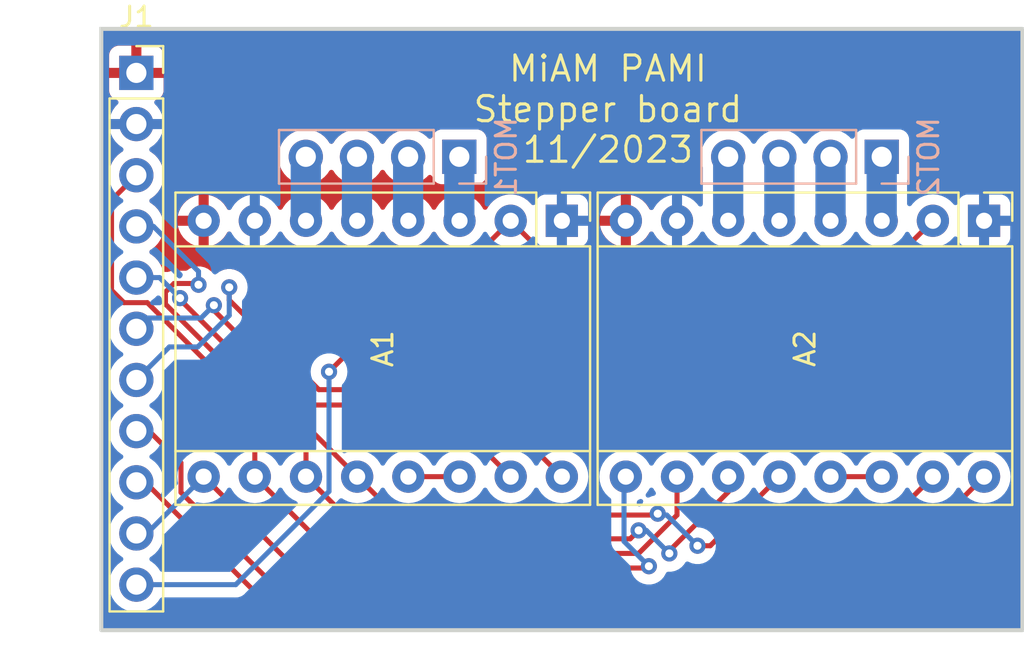
<source format=kicad_pcb>
(kicad_pcb (version 20221018) (generator pcbnew)
  (layers (0 "F.Cu" signal) (31 "B.Cu" signal) (34 "B.Paste" user) (35 "F.Paste" user) (36 "B.SilkS" user "B.Silkscreen") (37 "F.SilkS" user "F.Silkscreen") (38 "B.Mask" user) (39 "F.Mask" user) (44 "Edge.Cuts" user))
  (net 0 "")
  (net 1 "GND")
  (net 2 "/EMERGENCY_BUTTON")
  (net 3 "+3V3")
  (net 4 "/MS1")
  (net 5 "/MS2")
  (net 6 "/MS3")
  (net 7 "/DIR_2")
  (net 8 "/NOT_MOT_EN")
  (net 9 "/STEP_2")
  (net 10 "/DIR_1")
  (net 11 "/STEP_1")
  (net 12 "Net-(A1-1B)")
  (net 13 "Net-(A1-1A)")
  (net 14 "Net-(A1-2A)")
  (net 15 "Net-(A1-2B)")
  (net 16 "Net-(A1-~{RESET})")
  (net 17 "Net-(A2-1B)")
  (net 18 "Net-(A2-1A)")
  (net 19 "Net-(A2-2A)")
  (net 20 "Net-(A2-2B)")
  (net 21 "Net-(A2-~{RESET})")
  (footprint "Module:Pololu_Breakout-16_15.2x20.3mm" (layer "F.Cu") (at 176.53 85.725 -90)
    (fp_text reference "A2" (at 6.34 8.89 90) (layer "F.SilkS"))
    (fp_text value "Pololu_Breakout_A4988")
    (fp_line (start -1.4 -1.4) (end -1.4 0) (stroke (width 0.12)) (layer "F.SilkS"))
    (fp_line (start -1.4 1.27) (end -1.4 19.18) (stroke (width 0.12)) (layer "F.SilkS"))
    (fp_line (start -1.4 19.18) (end 14.1 19.18) (stroke (width 0.12)) (layer "F.SilkS"))
    (fp_line (start 0 -1.4) (end -1.4 -1.4) (stroke (width 0.12)) (layer "F.SilkS"))
    (fp_line (start 1.27 -1.4) (end 1.27 1.27) (stroke (width 0.12)) (layer "F.SilkS"))
    (fp_line (start 1.27 1.27) (end -1.4 1.27) (stroke (width 0.12)) (layer "F.SilkS"))
    (fp_line (start 1.27 1.27) (end 1.27 19.18) (stroke (width 0.12)) (layer "F.SilkS"))
    (fp_line (start 11.43 -1.4) (end 11.43 19.18) (stroke (width 0.12)) (layer "F.SilkS"))
    (fp_line (start 14.1 -1.4) (end 1.27 -1.4) (stroke (width 0.12)) (layer "F.SilkS"))
    (fp_line (start 14.1 19.18) (end 14.1 -1.4) (stroke (width 0.12)) (layer "F.SilkS"))
    (pad "1" thru_hole rect (at 0 0 270) (size 1.6 1.6) (drill 0.8) (layers "*.Cu" "*.Mask") (net 1 "GND"))
    (pad "2" thru_hole oval (at 0 2.54 270) (size 1.6 1.6) (drill 0.8) (layers "*.Cu" "*.Mask") (net 3 "+3V3"))
    (pad "3" thru_hole oval (at 0 5.08 270) (size 1.6 1.6) (drill 0.8) (layers "*.Cu" "*.Mask") (net 17 "Net-(A2-1B)"))
    (pad "4" thru_hole oval (at 0 7.62 270) (size 1.6 1.6) (drill 0.8) (layers "*.Cu" "*.Mask") (net 18 "Net-(A2-1A)"))
    (pad "5" thru_hole oval (at 0 10.16 270) (size 1.6 1.6) (drill 0.8) (layers "*.Cu" "*.Mask") (net 19 "Net-(A2-2A)"))
    (pad "6" thru_hole oval (at 0 12.7 270) (size 1.6 1.6) (drill 0.8) (layers "*.Cu" "*.Mask") (net 20 "Net-(A2-2B)"))
    (pad "7" thru_hole oval (at 0 15.24 270) (size 1.6 1.6) (drill 0.8) (layers "*.Cu" "*.Mask") (net 1 "GND"))
    (pad "8" thru_hole oval (at 0 17.78 270) (size 1.6 1.6) (drill 0.8) (layers "*.Cu" "*.Mask") (net 2 "/EMERGENCY_BUTTON"))
    (pad "9" thru_hole oval (at 12.7 17.78 270) (size 1.6 1.6) (drill 0.8) (layers "*.Cu" "*.Mask") (net 8 "/NOT_MOT_EN"))
    (pad "10" thru_hole oval (at 12.7 15.24 270) (size 1.6 1.6) (drill 0.8) (layers "*.Cu" "*.Mask") (net 4 "/MS1"))
    (pad "11" thru_hole oval (at 12.7 12.7 270) (size 1.6 1.6) (drill 0.8) (layers "*.Cu" "*.Mask") (net 5 "/MS2"))
    (pad "12" thru_hole oval (at 12.7 10.16 270) (size 1.6 1.6) (drill 0.8) (layers "*.Cu" "*.Mask") (net 6 "/MS3"))
    (pad "13" thru_hole oval (at 12.7 7.62 270) (size 1.6 1.6) (drill 0.8) (layers "*.Cu" "*.Mask") (net 21 "Net-(A2-~{RESET})"))
    (pad "14" thru_hole oval (at 12.7 5.08 270) (size 1.6 1.6) (drill 0.8) (layers "*.Cu" "*.Mask") (net 21 "Net-(A2-~{RESET})"))
    (pad "15" thru_hole oval (at 12.7 2.54 270) (size 1.6 1.6) (drill 0.8) (layers "*.Cu" "*.Mask") (net 9 "/STEP_2"))
    (pad "16" thru_hole oval (at 12.7 0 270) (size 1.6 1.6) (drill 0.8) (layers "*.Cu" "*.Mask") (net 7 "/DIR_2"))
  )
  (footprint "Connector_PinSocket_2.54mm:PinSocket_1x11_P2.54mm_Vertical" (layer "F.Cu") (at 134.455 78.385)
    (fp_text reference "J1" (at 0 -2.77) (layer "F.SilkS"))
    (fp_text value "Conn_01x11_Male")
    (fp_line (start -1.33 1.27) (end -1.33 26.73) (stroke (width 0.12)) (layer "F.SilkS"))
    (fp_line (start -1.33 1.27) (end 1.33 1.27) (stroke (width 0.12)) (layer "F.SilkS"))
    (fp_line (start -1.33 26.73) (end 1.33 26.73) (stroke (width 0.12)) (layer "F.SilkS"))
    (fp_line (start 0 -1.33) (end 1.33 -1.33) (stroke (width 0.12)) (layer "F.SilkS"))
    (fp_line (start 1.33 -1.33) (end 1.33 0) (stroke (width 0.12)) (layer "F.SilkS"))
    (fp_line (start 1.33 1.27) (end 1.33 26.73) (stroke (width 0.12)) (layer "F.SilkS"))
    (pad "1" thru_hole rect (at 0 0) (size 1.7 1.7) (drill 1) (layers "*.Cu" "*.Mask") (net 2 "/EMERGENCY_BUTTON"))
    (pad "2" thru_hole oval (at 0 2.54) (size 1.7 1.7) (drill 1) (layers "*.Cu" "*.Mask") (net 1 "GND"))
    (pad "3" thru_hole oval (at 0 5.08) (size 1.7 1.7) (drill 1) (layers "*.Cu" "*.Mask") (net 4 "/MS1"))
    (pad "4" thru_hole oval (at 0 7.62) (size 1.7 1.7) (drill 1) (layers "*.Cu" "*.Mask") (net 5 "/MS2"))
    (pad "5" thru_hole oval (at 0 10.16) (size 1.7 1.7) (drill 1) (layers "*.Cu" "*.Mask") (net 6 "/MS3"))
    (pad "6" thru_hole oval (at 0 12.7) (size 1.7 1.7) (drill 1) (layers "*.Cu" "*.Mask") (net 11 "/STEP_1"))
    (pad "7" thru_hole oval (at 0 15.24) (size 1.7 1.7) (drill 1) (layers "*.Cu" "*.Mask") (net 10 "/DIR_1"))
    (pad "8" thru_hole oval (at 0 17.78) (size 1.7 1.7) (drill 1) (layers "*.Cu" "*.Mask") (net 9 "/STEP_2"))
    (pad "9" thru_hole oval (at 0 20.32) (size 1.7 1.7) (drill 1) (layers "*.Cu" "*.Mask") (net 7 "/DIR_2"))
    (pad "10" thru_hole oval (at 0 22.86) (size 1.7 1.7) (drill 1) (layers "*.Cu" "*.Mask") (net 8 "/NOT_MOT_EN"))
    (pad "11" thru_hole oval (at 0 25.4) (size 1.7 1.7) (drill 1) (layers "*.Cu" "*.Mask") (net 3 "+3V3"))
  )
  (footprint "Module:Pololu_Breakout-16_15.2x20.3mm" (layer "F.Cu") (at 155.575 85.725 -90)
    (fp_text reference "A1" (at 6.35 8.89 90) (layer "F.SilkS"))
    (fp_text value "Pololu_Breakout_A4988")
    (fp_line (start -1.4 -1.4) (end -1.4 0) (stroke (width 0.12)) (layer "F.SilkS"))
    (fp_line (start -1.4 1.27) (end -1.4 19.18) (stroke (width 0.12)) (layer "F.SilkS"))
    (fp_line (start -1.4 19.18) (end 14.1 19.18) (stroke (width 0.12)) (layer "F.SilkS"))
    (fp_line (start 0 -1.4) (end -1.4 -1.4) (stroke (width 0.12)) (layer "F.SilkS"))
    (fp_line (start 1.27 -1.4) (end 1.27 1.27) (stroke (width 0.12)) (layer "F.SilkS"))
    (fp_line (start 1.27 1.27) (end -1.4 1.27) (stroke (width 0.12)) (layer "F.SilkS"))
    (fp_line (start 1.27 1.27) (end 1.27 19.18) (stroke (width 0.12)) (layer "F.SilkS"))
    (fp_line (start 11.43 -1.4) (end 11.43 19.18) (stroke (width 0.12)) (layer "F.SilkS"))
    (fp_line (start 14.1 -1.4) (end 1.27 -1.4) (stroke (width 0.12)) (layer "F.SilkS"))
    (fp_line (start 14.1 19.18) (end 14.1 -1.4) (stroke (width 0.12)) (layer "F.SilkS"))
    (pad "1" thru_hole rect (at 0 0 270) (size 1.6 1.6) (drill 0.8) (layers "*.Cu" "*.Mask") (net 1 "GND"))
    (pad "2" thru_hole oval (at 0 2.54 270) (size 1.6 1.6) (drill 0.8) (layers "*.Cu" "*.Mask") (net 3 "+3V3"))
    (pad "3" thru_hole oval (at 0 5.08 270) (size 1.6 1.6) (drill 0.8) (layers "*.Cu" "*.Mask") (net 12 "Net-(A1-1B)"))
    (pad "4" thru_hole oval (at 0 7.62 270) (size 1.6 1.6) (drill 0.8) (layers "*.Cu" "*.Mask") (net 13 "Net-(A1-1A)"))
    (pad "5" thru_hole oval (at 0 10.16 270) (size 1.6 1.6) (drill 0.8) (layers "*.Cu" "*.Mask") (net 14 "Net-(A1-2A)"))
    (pad "6" thru_hole oval (at 0 12.7 270) (size 1.6 1.6) (drill 0.8) (layers "*.Cu" "*.Mask") (net 15 "Net-(A1-2B)"))
    (pad "7" thru_hole oval (at 0 15.24 270) (size 1.6 1.6) (drill 0.8) (layers "*.Cu" "*.Mask") (net 1 "GND"))
    (pad "8" thru_hole oval (at 0 17.78 270) (size 1.6 1.6) (drill 0.8) (layers "*.Cu" "*.Mask") (net 2 "/EMERGENCY_BUTTON"))
    (pad "9" thru_hole oval (at 12.7 17.78 270) (size 1.6 1.6) (drill 0.8) (layers "*.Cu" "*.Mask") (net 8 "/NOT_MOT_EN"))
    (pad "10" thru_hole oval (at 12.7 15.24 270) (size 1.6 1.6) (drill 0.8) (layers "*.Cu" "*.Mask") (net 4 "/MS1"))
    (pad "11" thru_hole oval (at 12.7 12.7 270) (size 1.6 1.6) (drill 0.8) (layers "*.Cu" "*.Mask") (net 5 "/MS2"))
    (pad "12" thru_hole oval (at 12.7 10.16 270) (size 1.6 1.6) (drill 0.8) (layers "*.Cu" "*.Mask") (net 6 "/MS3"))
    (pad "13" thru_hole oval (at 12.7 7.62 270) (size 1.6 1.6) (drill 0.8) (layers "*.Cu" "*.Mask") (net 16 "Net-(A1-~{RESET})"))
    (pad "14" thru_hole oval (at 12.7 5.08 270) (size 1.6 1.6) (drill 0.8) (layers "*.Cu" "*.Mask") (net 16 "Net-(A1-~{RESET})"))
    (pad "15" thru_hole oval (at 12.7 2.54 270) (size 1.6 1.6) (drill 0.8) (layers "*.Cu" "*.Mask") (net 11 "/STEP_1"))
    (pad "16" thru_hole oval (at 12.7 0 270) (size 1.6 1.6) (drill 0.8) (layers "*.Cu" "*.Mask") (net 10 "/DIR_1"))
  )
  (footprint "Connector_PinHeader_2.54mm:PinHeader_1x04_P2.54mm_Vertical" (layer "B.Cu") (at 150.485 82.55 90)
    (fp_text reference "MOT1" (at 0 2.33 90) (layer "B.SilkS") (effects (justify mirror)))
    (fp_text value "Conn_01x04_Male")
    (fp_line (start -1.33 -8.95) (end 1.33 -8.95) (stroke (width 0.12)) (layer "B.SilkS"))
    (fp_line (start -1.33 -1.27) (end -1.33 -8.95) (stroke (width 0.12)) (layer "B.SilkS"))
    (fp_line (start -1.33 -1.27) (end 1.33 -1.27) (stroke (width 0.12)) (layer "B.SilkS"))
    (fp_line (start -1.33 0) (end -1.33 1.33) (stroke (width 0.12)) (layer "B.SilkS"))
    (fp_line (start -1.33 1.33) (end 0 1.33) (stroke (width 0.12)) (layer "B.SilkS"))
    (fp_line (start 1.33 -1.27) (end 1.33 -8.95) (stroke (width 0.12)) (layer "B.SilkS"))
    (pad "1" thru_hole rect (at 0 0 90) (size 1.7 1.7) (drill 1) (layers "*.Cu" "*.Mask") (net 12 "Net-(A1-1B)"))
    (pad "2" thru_hole oval (at 0 -2.54 90) (size 1.7 1.7) (drill 1) (layers "*.Cu" "*.Mask") (net 13 "Net-(A1-1A)"))
    (pad "3" thru_hole oval (at 0 -5.08 90) (size 1.7 1.7) (drill 1) (layers "*.Cu" "*.Mask") (net 14 "Net-(A1-2A)"))
    (pad "4" thru_hole oval (at 0 -7.62 90) (size 1.7 1.7) (drill 1) (layers "*.Cu" "*.Mask") (net 15 "Net-(A1-2B)"))
  )
  (footprint "Connector_PinHeader_2.54mm:PinHeader_1x04_P2.54mm_Vertical" (layer "B.Cu") (at 171.45 82.55 90)
    (fp_text reference "MOT2" (at 0 2.33 90) (layer "B.SilkS") (effects (justify mirror)))
    (fp_text value "Conn_01x04_Male")
    (fp_line (start -1.33 -8.95) (end 1.33 -8.95) (stroke (width 0.12)) (layer "B.SilkS"))
    (fp_line (start -1.33 -1.27) (end -1.33 -8.95) (stroke (width 0.12)) (layer "B.SilkS"))
    (fp_line (start -1.33 -1.27) (end 1.33 -1.27) (stroke (width 0.12)) (layer "B.SilkS"))
    (fp_line (start -1.33 0) (end -1.33 1.33) (stroke (width 0.12)) (layer "B.SilkS"))
    (fp_line (start -1.33 1.33) (end 0 1.33) (stroke (width 0.12)) (layer "B.SilkS"))
    (fp_line (start 1.33 -1.27) (end 1.33 -8.95) (stroke (width 0.12)) (layer "B.SilkS"))
    (pad "1" thru_hole rect (at 0 0 90) (size 1.7 1.7) (drill 1) (layers "*.Cu" "*.Mask") (net 17 "Net-(A2-1B)"))
    (pad "2" thru_hole oval (at 0 -2.54 90) (size 1.7 1.7) (drill 1) (layers "*.Cu" "*.Mask") (net 18 "Net-(A2-1A)"))
    (pad "3" thru_hole oval (at 0 -5.08 90) (size 1.7 1.7) (drill 1) (layers "*.Cu" "*.Mask") (net 19 "Net-(A2-2A)"))
    (pad "4" thru_hole oval (at 0 -7.62 90) (size 1.7 1.7) (drill 1) (layers "*.Cu" "*.Mask") (net 20 "Net-(A2-2B)"))
  )
  (gr_rect (start 132.715 76.2) (end 178.435 106.045) (stroke (width 0.2)) (fill none) (layer "Edge.Cuts"))
  (gr_text "MiAM PAMI\nStepper board\n11/2023" (at 157.861 82.931) (layer "F.SilkS") (effects (font (size 1.25 1.25) (thickness 0.15625)) (justify bottom)))
  (segment (start 153.035 85.725) (end 155.575 88.265) (width 0.25) (layer "F.Cu") (net 3))
  (segment (start 155.575 88.265) (end 171.45 88.265) (width 0.25) (layer "F.Cu") (net 3))
  (segment (start 150.674 88.086) (end 153.035 85.725) (width 0.25) (layer "F.Cu") (net 3))
  (segment (start 144.018 93.218) (end 149.15 88.086) (width 0.25) (layer "F.Cu") (net 3))
  (segment (start 171.45 88.265) (end 173.99 85.725) (width 0.25) (layer "F.Cu") (net 3))
  (segment (start 149.15 88.086) (end 150.674 88.086) (width 0.25) (layer "F.Cu") (net 3))
  (via (at 144.018 93.218) (size 0.8) (drill 0.4) (layers "F.Cu" "B.Cu") (net 3))
  (segment (start 144.018 93.218) (end 144.018 99.155878) (width 0.25) (layer "B.Cu") (net 3))
  (segment (start 139.388878 103.785) (end 134.455 103.785) (width 0.25) (layer "B.Cu") (net 3))
  (segment (start 144.018 99.155878) (end 139.388878 103.785) (width 0.25) (layer "B.Cu") (net 3))
  (segment (start 140.335 98.425) (end 144.145 102.235) (width 0.25) (layer "F.Cu") (net 4))
  (segment (start 144.145 102.235) (end 159.385 102.235) (width 0.25) (layer "F.Cu") (net 4))
  (segment (start 140.335 95.123) (end 135.001 89.789) (width 0.25) (layer "F.Cu") (net 4))
  (segment (start 133.223 89.172366) (end 133.223 84.697) (width 0.25) (layer "F.Cu") (net 4))
  (segment (start 159.385 102.235) (end 161.29 100.33) (width 0.25) (layer "F.Cu") (net 4))
  (segment (start 133.223 84.697) (end 134.455 83.465) (width 0.25) (layer "F.Cu") (net 4))
  (segment (start 135.001 89.789) (end 133.839634 89.789) (width 0.25) (layer "F.Cu") (net 4))
  (segment (start 140.335 98.425) (end 140.335 95.123) (width 0.25) (layer "F.Cu") (net 4))
  (segment (start 161.29 100.33) (end 161.29 98.425) (width 0.25) (layer "F.Cu") (net 4))
  (segment (start 133.839634 89.789) (end 133.223 89.172366) (width 0.25) (layer "F.Cu") (net 4))
  (segment (start 163.83 99.187) (end 163.83 98.425) (width 0.25) (layer "F.Cu") (net 5))
  (segment (start 160.909 102.235) (end 160.909 102.108) (width 0.25) (layer "F.Cu") (net 5))
  (segment (start 137.541 88.9) (end 137.478451 88.837451) (width 0.25) (layer "F.Cu") (net 5))
  (segment (start 135.899549 89.262146) (end 135.899549 89.862049) (width 0.25) (layer "F.Cu") (net 5))
  (segment (start 142.875 96.8375) (end 142.875 98.425) (width 0.25) (layer "F.Cu") (net 5))
  (segment (start 160.909 102.108) (end 163.83 99.187) (width 0.25) (layer "F.Cu") (net 5))
  (segment (start 159.385 101.092) (end 158.9665 101.5105) (width 0.25) (layer "F.Cu") (net 5))
  (segment (start 135.899549 89.862049) (end 142.875 96.8375) (width 0.25) (layer "F.Cu") (net 5))
  (segment (start 137.478451 88.837451) (end 136.324244 88.837451) (width 0.25) (layer "F.Cu") (net 5))
  (segment (start 145.9605 101.5105) (end 142.875 98.425) (width 0.25) (layer "F.Cu") (net 5))
  (segment (start 158.9665 101.5105) (end 145.9605 101.5105) (width 0.25) (layer "F.Cu") (net 5))
  (segment (start 136.324244 88.837451) (end 135.899549 89.262146) (width 0.25) (layer "F.Cu") (net 5))
  (via (at 159.385 101.092) (size 0.8) (drill 0.4) (layers "F.Cu" "B.Cu") (net 5))
  (via (at 137.541 88.9) (size 0.8) (drill 0.4) (layers "F.Cu" "B.Cu") (net 5))
  (via (at 160.909 102.235) (size 0.8) (drill 0.4) (layers "F.Cu" "B.Cu") (net 5))
  (segment (start 135.305 86.005) (end 137.541 88.241) (width 0.25) (layer "B.Cu") (net 5))
  (segment (start 160.909 102.235) (end 159.766 101.092) (width 0.25) (layer "B.Cu") (net 5))
  (segment (start 137.541 88.241) (end 137.541 88.9) (width 0.25) (layer "B.Cu") (net 5))
  (segment (start 159.766 101.092) (end 159.385 101.092) (width 0.25) (layer "B.Cu") (net 5))
  (segment (start 134.455 86.005) (end 135.305 86.005) (width 0.25) (layer "B.Cu") (net 5))
  (segment (start 160.3332 100.2622) (end 160.2654 100.33) (width 0.25) (layer "F.Cu") (net 6))
  (segment (start 147.32 100.33) (end 145.415 98.425) (width 0.25) (layer "F.Cu") (net 6))
  (segment (start 162.306 101.854) (end 162.941 101.854) (width 0.25) (layer "F.Cu") (net 6))
  (segment (start 162.941 101.854) (end 166.37 98.425) (width 0.25) (layer "F.Cu") (net 6))
  (segment (start 136.624549 89.562451) (end 136.624549 89.634549) (width 0.25) (layer "F.Cu") (net 6))
  (segment (start 160.2654 100.33) (end 147.32 100.33) (width 0.25) (layer "F.Cu") (net 6))
  (segment (start 136.624549 89.634549) (end 145.415 98.425) (width 0.25) (layer "F.Cu") (net 6))
  (via (at 136.624549 89.562451) (size 0.8) (drill 0.4) (layers "F.Cu" "B.Cu") (net 6))
  (via (at 162.306 101.854) (size 0.8) (drill 0.4) (layers "F.Cu" "B.Cu") (net 6))
  (via (at 160.3332 100.2622) (size 0.8) (drill 0.4) (layers "F.Cu" "B.Cu") (net 6))
  (segment (start 135.607098 88.545) (end 136.624549 89.562451) (width 0.25) (layer "B.Cu") (net 6))
  (segment (start 162.306 101.854) (end 160.782 100.33) (width 0.25) (layer "B.Cu") (net 6))
  (segment (start 160.782 100.33) (end 160.401 100.33) (width 0.25) (layer "B.Cu") (net 6))
  (segment (start 134.455 88.545) (end 135.607098 88.545) (width 0.25) (layer "B.Cu") (net 6))
  (segment (start 160.401 100.33) (end 160.3332 100.2622) (width 0.25) (layer "B.Cu") (net 6))
  (segment (start 170.18 104.775) (end 176.53 98.425) (width 0.25) (layer "F.Cu") (net 7))
  (segment (start 134.9 98.705) (end 140.97 104.775) (width 0.25) (layer "F.Cu") (net 7))
  (segment (start 140.97 104.775) (end 170.18 104.775) (width 0.25) (layer "F.Cu") (net 7))
  (segment (start 134.455 98.705) (end 134.9 98.705) (width 0.25) (layer "F.Cu") (net 7))
  (segment (start 142.3295 102.9595) (end 137.795 98.425) (width 0.25) (layer "F.Cu") (net 8))
  (segment (start 159.8035 102.9595) (end 142.3295 102.9595) (width 0.25) (layer "F.Cu") (net 8))
  (segment (start 159.893 102.87) (end 159.8035 102.9595) (width 0.25) (layer "F.Cu") (net 8))
  (via (at 159.893 102.87) (size 0.8) (drill 0.4) (layers "F.Cu" "B.Cu") (net 8))
  (segment (start 158.66 98.515) (end 158.75 98.425) (width 0.25) (layer "B.Cu") (net 8))
  (segment (start 158.66 101.637) (end 158.66 98.515) (width 0.25) (layer "B.Cu") (net 8))
  (segment (start 134.975 101.245) (end 134.455 101.245) (width 0.25) (layer "B.Cu") (net 8))
  (segment (start 159.893 102.87) (end 158.66 101.637) (width 0.25) (layer "B.Cu") (net 8))
  (segment (start 137.795 98.425) (end 134.975 101.245) (width 0.25) (layer "B.Cu") (net 8))
  (segment (start 134.455 96.165) (end 135.091396 96.165) (width 0.25) (layer "F.Cu") (net 9))
  (segment (start 136.67 99.205) (end 141.605 104.14) (width 0.25) (layer "F.Cu") (net 9))
  (segment (start 136.67 97.743604) (end 136.67 99.205) (width 0.25) (layer "F.Cu") (net 9))
  (segment (start 141.605 104.14) (end 168.275 104.14) (width 0.25) (layer "F.Cu") (net 9))
  (segment (start 135.091396 96.165) (end 136.67 97.743604) (width 0.25) (layer "F.Cu") (net 9))
  (segment (start 168.275 104.14) (end 173.99 98.425) (width 0.25) (layer "F.Cu") (net 9))
  (segment (start 139.065 89.027) (end 139.065 89.662) (width 0.25) (layer "F.Cu") (net 10))
  (segment (start 139.065 89.662) (end 143.51 94.107) (width 0.25) (layer "F.Cu") (net 10))
  (segment (start 151.257 94.107) (end 155.575 98.425) (width 0.25) (layer "F.Cu") (net 10))
  (segment (start 143.51 94.107) (end 151.257 94.107) (width 0.25) (layer "F.Cu") (net 10))
  (via (at 139.065 89.027) (size 0.8) (drill 0.4) (layers "F.Cu" "B.Cu") (net 10))
  (segment (start 139.065 89.027) (end 139.065 90.424) (width 0.25) (layer "B.Cu") (net 10))
  (segment (start 139.065 90.424) (end 137.504 91.985) (width 0.25) (layer "B.Cu") (net 10))
  (segment (start 136.095 91.985) (end 134.455 93.625) (width 0.25) (layer "B.Cu") (net 10))
  (segment (start 137.504 91.985) (end 136.095 91.985) (width 0.25) (layer "B.Cu") (net 10))
  (segment (start 138.303 89.916) (end 138.303 90.17) (width 0.25) (layer "F.Cu") (net 11))
  (segment (start 149.479 94.869) (end 153.035 98.425) (width 0.25) (layer "F.Cu") (net 11))
  (segment (start 143.002 94.869) (end 149.479 94.869) (width 0.25) (layer "F.Cu") (net 11))
  (segment (start 138.303 90.17) (end 143.002 94.869) (width 0.25) (layer "F.Cu") (net 11))
  (via (at 138.303 89.916) (size 0.8) (drill 0.4) (layers "F.Cu" "B.Cu") (net 11))
  (segment (start 134.989 90.551) (end 134.455 91.085) (width 0.25) (layer "B.Cu") (net 11))
  (segment (start 138.303 89.916) (end 137.668 90.551) (width 0.25) (layer "B.Cu") (net 11))
  (segment (start 137.668 90.551) (end 134.989 90.551) (width 0.25) (layer "B.Cu") (net 11))
  (segment (start 150.485 85.715) (end 150.495 85.725) (width 1.5) (layer "B.Cu") (net 12))
  (segment (start 150.485 82.55) (end 150.485 85.715) (width 1.5) (layer "B.Cu") (net 12))
  (segment (start 147.945 85.715) (end 147.955 85.725) (width 1.5) (layer "B.Cu") (net 13))
  (segment (start 147.945 82.55) (end 147.945 85.715) (width 1.5) (layer "B.Cu") (net 13))
  (segment (start 145.405 82.55) (end 145.405 85.715) (width 1.5) (layer "B.Cu") (net 14))
  (segment (start 145.405 85.715) (end 145.415 85.725) (width 1.5) (layer "B.Cu") (net 14))
  (segment (start 142.865 82.55) (end 142.865 85.715) (width 1.5) (layer "B.Cu") (net 15))
  (segment (start 142.865 85.715) (end 142.875 85.725) (width 1.5) (layer "B.Cu") (net 15))
  (segment (start 147.955 98.425) (end 150.495 98.425) (width 0.25) (layer "F.Cu") (net 16))
  (segment (start 171.45 85.725) (end 171.45 82.55) (width 1.5) (layer "B.Cu") (net 17))
  (segment (start 168.91 85.725) (end 168.91 82.55) (width 1.5) (layer "B.Cu") (net 18))
  (segment (start 166.37 85.725) (end 166.37 82.55) (width 1.5) (layer "B.Cu") (net 19))
  (segment (start 163.83 82.55) (end 163.83 85.725) (width 1.5) (layer "B.Cu") (net 20))
  (segment (start 168.91 98.425) (end 171.45 98.425) (width 0.25) (layer "F.Cu") (net 21))
  (zone (net 2) (net_name "/EMERGENCY_BUTTON") (layer "F.Cu") (priority 1) (connect_pads (clearance 0.508)) (min_thickness 0.25) (fill yes (thermal_gap 0.5) (thermal_bridge_width 0.5))
    (polygon (pts (xy 132.715 76.2) (xy 132.715 88.265) (xy 162.56 88.265) (xy 162.56 76.2)))
  )
  (zone (net 1) (net_name "GND") (layer "B.Cu") (connect_pads (clearance 0.508)) (min_thickness 0.25) (fill yes (thermal_gap 0.5) (thermal_bridge_width 0.5) (island_removal_mode 1) (island_area_min 10))
    (polygon (pts (xy 132.715 76.2) (xy 132.715 106.045) (xy 178.435 106.045) (xy 178.435 76.2)))
  )
)
</source>
